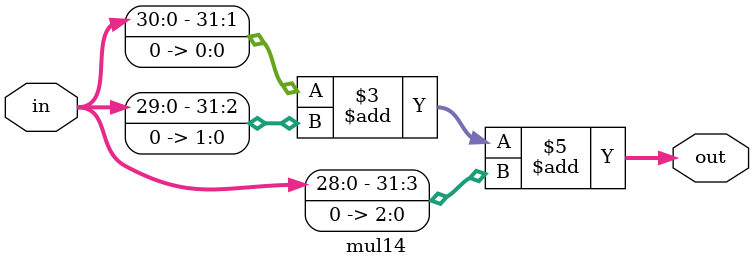
<source format=v>
module mul14(in,out);
input [31:0] in;
output [31:0] out;

reg state_crt;
reg state_next;

assign out = (in << 1) + (in << 2) + (in << 3);

endmodule

</source>
